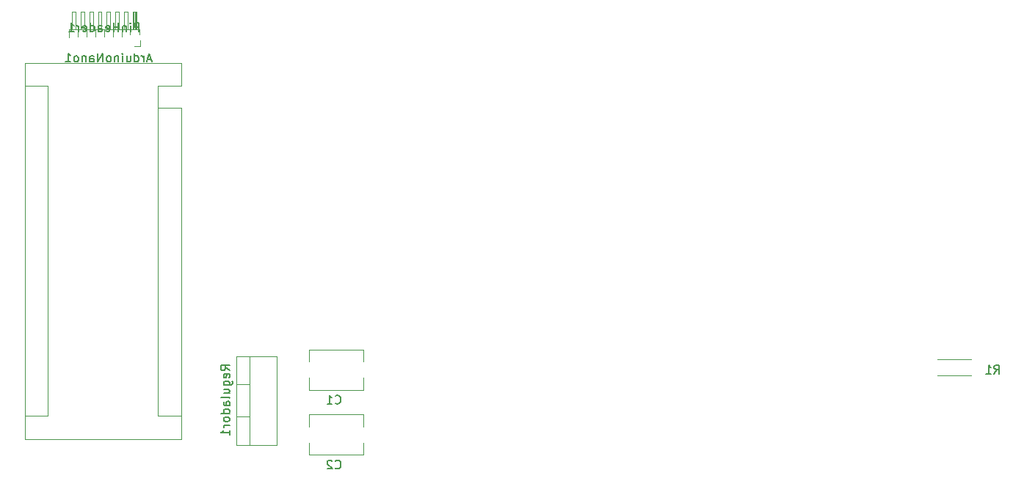
<source format=gbr>
G04 #@! TF.GenerationSoftware,KiCad,Pcbnew,5.1.1-8be2ce7~80~ubuntu16.04.1*
G04 #@! TF.CreationDate,2019-04-23T13:07:39+02:00*
G04 #@! TF.ProjectId,noname,6e6f6e61-6d65-42e6-9b69-6361645f7063,rev?*
G04 #@! TF.SameCoordinates,Original*
G04 #@! TF.FileFunction,Legend,Bot*
G04 #@! TF.FilePolarity,Positive*
%FSLAX46Y46*%
G04 Gerber Fmt 4.6, Leading zero omitted, Abs format (unit mm)*
G04 Created by KiCad (PCBNEW 5.1.1-8be2ce7~80~ubuntu16.04.1) date 2019-04-23 13:07:39*
%MOMM*%
%LPD*%
G04 APERTURE LIST*
%ADD10C,0.120000*%
%ADD11C,0.150000*%
G04 APERTURE END LIST*
D10*
X178230000Y-78270000D02*
X178230000Y-75730000D01*
X178230000Y-75730000D02*
X180900000Y-75730000D01*
X180900000Y-78270000D02*
X180900000Y-116500000D01*
X180900000Y-73060000D02*
X180900000Y-75730000D01*
X165530000Y-75730000D02*
X162860000Y-75730000D01*
X165530000Y-75730000D02*
X165530000Y-113830000D01*
X165530000Y-113830000D02*
X162860000Y-113830000D01*
X178230000Y-78270000D02*
X180900000Y-78270000D01*
X178230000Y-78270000D02*
X178230000Y-113830000D01*
X178230000Y-113830000D02*
X180900000Y-113830000D01*
X180900000Y-116500000D02*
X162860000Y-116500000D01*
X162860000Y-116500000D02*
X162860000Y-73060000D01*
X162860000Y-73060000D02*
X180900000Y-73060000D01*
X187230000Y-113891000D02*
X188740000Y-113891000D01*
X187230000Y-110190000D02*
X188740000Y-110190000D01*
X188740000Y-106920000D02*
X188740000Y-117160000D01*
X187230000Y-117160000D02*
X191871000Y-117160000D01*
X187230000Y-106920000D02*
X191871000Y-106920000D01*
X191871000Y-106920000D02*
X191871000Y-117160000D01*
X187230000Y-106920000D02*
X187230000Y-117160000D01*
X201870000Y-107575000D02*
X201870000Y-106179000D01*
X201870000Y-110821000D02*
X201870000Y-109425000D01*
X195630000Y-107575000D02*
X195630000Y-106179000D01*
X195630000Y-110821000D02*
X195630000Y-109425000D01*
X195630000Y-106179000D02*
X201870000Y-106179000D01*
X195630000Y-110821000D02*
X201870000Y-110821000D01*
X201870000Y-115075000D02*
X201870000Y-113679000D01*
X201870000Y-118321000D02*
X201870000Y-116925000D01*
X195630000Y-115075000D02*
X195630000Y-113679000D01*
X195630000Y-118321000D02*
X195630000Y-116925000D01*
X195630000Y-113679000D02*
X201870000Y-113679000D01*
X195630000Y-118321000D02*
X201870000Y-118321000D01*
X176060000Y-69815000D02*
X176060000Y-69190000D01*
X176060000Y-69190000D02*
X167940000Y-69190000D01*
X167940000Y-69190000D02*
X167940000Y-70105507D01*
X175710000Y-69190000D02*
X175710000Y-67190000D01*
X175710000Y-67190000D02*
X175290000Y-67190000D01*
X175290000Y-67190000D02*
X175290000Y-69190000D01*
X175650000Y-69190000D02*
X175650000Y-67190000D01*
X175530000Y-69190000D02*
X175530000Y-67190000D01*
X175410000Y-69190000D02*
X175410000Y-67190000D01*
X175000000Y-69815000D02*
X175000000Y-69190000D01*
X174710000Y-69190000D02*
X174710000Y-67190000D01*
X174710000Y-67190000D02*
X174290000Y-67190000D01*
X174290000Y-67190000D02*
X174290000Y-69190000D01*
X174000000Y-70031785D02*
X174000000Y-69190000D01*
X173710000Y-69190000D02*
X173710000Y-67190000D01*
X173710000Y-67190000D02*
X173290000Y-67190000D01*
X173290000Y-67190000D02*
X173290000Y-69190000D01*
X173000000Y-70031785D02*
X173000000Y-69190000D01*
X172710000Y-69190000D02*
X172710000Y-67190000D01*
X172710000Y-67190000D02*
X172290000Y-67190000D01*
X172290000Y-67190000D02*
X172290000Y-69190000D01*
X172000000Y-70031785D02*
X172000000Y-69190000D01*
X171710000Y-69190000D02*
X171710000Y-67190000D01*
X171710000Y-67190000D02*
X171290000Y-67190000D01*
X171290000Y-67190000D02*
X171290000Y-69190000D01*
X171000000Y-70031785D02*
X171000000Y-69190000D01*
X170710000Y-69190000D02*
X170710000Y-67190000D01*
X170710000Y-67190000D02*
X170290000Y-67190000D01*
X170290000Y-67190000D02*
X170290000Y-69190000D01*
X170000000Y-70031785D02*
X170000000Y-69190000D01*
X169710000Y-69190000D02*
X169710000Y-67190000D01*
X169710000Y-67190000D02*
X169290000Y-67190000D01*
X169290000Y-67190000D02*
X169290000Y-69190000D01*
X169000000Y-70031785D02*
X169000000Y-69190000D01*
X168710000Y-69190000D02*
X168710000Y-67190000D01*
X168710000Y-67190000D02*
X168290000Y-67190000D01*
X168290000Y-67190000D02*
X168290000Y-69190000D01*
X175500000Y-71185000D02*
X176185000Y-71185000D01*
X176185000Y-71185000D02*
X176185000Y-70500000D01*
X268120000Y-109170000D02*
X271960000Y-109170000D01*
X268120000Y-107330000D02*
X271960000Y-107330000D01*
D11*
X177452380Y-72666666D02*
X176976190Y-72666666D01*
X177547619Y-72952380D02*
X177214285Y-71952380D01*
X176880952Y-72952380D01*
X176547619Y-72952380D02*
X176547619Y-72285714D01*
X176547619Y-72476190D02*
X176500000Y-72380952D01*
X176452380Y-72333333D01*
X176357142Y-72285714D01*
X176261904Y-72285714D01*
X175500000Y-72952380D02*
X175500000Y-71952380D01*
X175500000Y-72904761D02*
X175595238Y-72952380D01*
X175785714Y-72952380D01*
X175880952Y-72904761D01*
X175928571Y-72857142D01*
X175976190Y-72761904D01*
X175976190Y-72476190D01*
X175928571Y-72380952D01*
X175880952Y-72333333D01*
X175785714Y-72285714D01*
X175595238Y-72285714D01*
X175500000Y-72333333D01*
X174595238Y-72285714D02*
X174595238Y-72952380D01*
X175023809Y-72285714D02*
X175023809Y-72809523D01*
X174976190Y-72904761D01*
X174880952Y-72952380D01*
X174738095Y-72952380D01*
X174642857Y-72904761D01*
X174595238Y-72857142D01*
X174119047Y-72952380D02*
X174119047Y-72285714D01*
X174119047Y-71952380D02*
X174166666Y-72000000D01*
X174119047Y-72047619D01*
X174071428Y-72000000D01*
X174119047Y-71952380D01*
X174119047Y-72047619D01*
X173642857Y-72285714D02*
X173642857Y-72952380D01*
X173642857Y-72380952D02*
X173595238Y-72333333D01*
X173500000Y-72285714D01*
X173357142Y-72285714D01*
X173261904Y-72333333D01*
X173214285Y-72428571D01*
X173214285Y-72952380D01*
X172595238Y-72952380D02*
X172690476Y-72904761D01*
X172738095Y-72857142D01*
X172785714Y-72761904D01*
X172785714Y-72476190D01*
X172738095Y-72380952D01*
X172690476Y-72333333D01*
X172595238Y-72285714D01*
X172452380Y-72285714D01*
X172357142Y-72333333D01*
X172309523Y-72380952D01*
X172261904Y-72476190D01*
X172261904Y-72761904D01*
X172309523Y-72857142D01*
X172357142Y-72904761D01*
X172452380Y-72952380D01*
X172595238Y-72952380D01*
X171833333Y-72952380D02*
X171833333Y-71952380D01*
X171261904Y-72952380D01*
X171261904Y-71952380D01*
X170357142Y-72952380D02*
X170357142Y-72428571D01*
X170404761Y-72333333D01*
X170500000Y-72285714D01*
X170690476Y-72285714D01*
X170785714Y-72333333D01*
X170357142Y-72904761D02*
X170452380Y-72952380D01*
X170690476Y-72952380D01*
X170785714Y-72904761D01*
X170833333Y-72809523D01*
X170833333Y-72714285D01*
X170785714Y-72619047D01*
X170690476Y-72571428D01*
X170452380Y-72571428D01*
X170357142Y-72523809D01*
X169880952Y-72285714D02*
X169880952Y-72952380D01*
X169880952Y-72380952D02*
X169833333Y-72333333D01*
X169738095Y-72285714D01*
X169595238Y-72285714D01*
X169500000Y-72333333D01*
X169452380Y-72428571D01*
X169452380Y-72952380D01*
X168833333Y-72952380D02*
X168928571Y-72904761D01*
X168976190Y-72857142D01*
X169023809Y-72761904D01*
X169023809Y-72476190D01*
X168976190Y-72380952D01*
X168928571Y-72333333D01*
X168833333Y-72285714D01*
X168690476Y-72285714D01*
X168595238Y-72333333D01*
X168547619Y-72380952D01*
X168500000Y-72476190D01*
X168500000Y-72761904D01*
X168547619Y-72857142D01*
X168595238Y-72904761D01*
X168690476Y-72952380D01*
X168833333Y-72952380D01*
X167547619Y-72952380D02*
X168119047Y-72952380D01*
X167833333Y-72952380D02*
X167833333Y-71952380D01*
X167928571Y-72095238D01*
X168023809Y-72190476D01*
X168119047Y-72238095D01*
X186452380Y-108571428D02*
X185976190Y-108238095D01*
X186452380Y-108000000D02*
X185452380Y-108000000D01*
X185452380Y-108380952D01*
X185500000Y-108476190D01*
X185547619Y-108523809D01*
X185642857Y-108571428D01*
X185785714Y-108571428D01*
X185880952Y-108523809D01*
X185928571Y-108476190D01*
X185976190Y-108380952D01*
X185976190Y-108000000D01*
X186404761Y-109380952D02*
X186452380Y-109285714D01*
X186452380Y-109095238D01*
X186404761Y-109000000D01*
X186309523Y-108952380D01*
X185928571Y-108952380D01*
X185833333Y-109000000D01*
X185785714Y-109095238D01*
X185785714Y-109285714D01*
X185833333Y-109380952D01*
X185928571Y-109428571D01*
X186023809Y-109428571D01*
X186119047Y-108952380D01*
X185785714Y-110285714D02*
X186595238Y-110285714D01*
X186690476Y-110238095D01*
X186738095Y-110190476D01*
X186785714Y-110095238D01*
X186785714Y-109952380D01*
X186738095Y-109857142D01*
X186404761Y-110285714D02*
X186452380Y-110190476D01*
X186452380Y-110000000D01*
X186404761Y-109904761D01*
X186357142Y-109857142D01*
X186261904Y-109809523D01*
X185976190Y-109809523D01*
X185880952Y-109857142D01*
X185833333Y-109904761D01*
X185785714Y-110000000D01*
X185785714Y-110190476D01*
X185833333Y-110285714D01*
X185785714Y-111190476D02*
X186452380Y-111190476D01*
X185785714Y-110761904D02*
X186309523Y-110761904D01*
X186404761Y-110809523D01*
X186452380Y-110904761D01*
X186452380Y-111047619D01*
X186404761Y-111142857D01*
X186357142Y-111190476D01*
X186452380Y-111809523D02*
X186404761Y-111714285D01*
X186309523Y-111666666D01*
X185452380Y-111666666D01*
X186452380Y-112619047D02*
X185928571Y-112619047D01*
X185833333Y-112571428D01*
X185785714Y-112476190D01*
X185785714Y-112285714D01*
X185833333Y-112190476D01*
X186404761Y-112619047D02*
X186452380Y-112523809D01*
X186452380Y-112285714D01*
X186404761Y-112190476D01*
X186309523Y-112142857D01*
X186214285Y-112142857D01*
X186119047Y-112190476D01*
X186071428Y-112285714D01*
X186071428Y-112523809D01*
X186023809Y-112619047D01*
X186452380Y-113523809D02*
X185452380Y-113523809D01*
X186404761Y-113523809D02*
X186452380Y-113428571D01*
X186452380Y-113238095D01*
X186404761Y-113142857D01*
X186357142Y-113095238D01*
X186261904Y-113047619D01*
X185976190Y-113047619D01*
X185880952Y-113095238D01*
X185833333Y-113142857D01*
X185785714Y-113238095D01*
X185785714Y-113428571D01*
X185833333Y-113523809D01*
X186452380Y-114142857D02*
X186404761Y-114047619D01*
X186357142Y-114000000D01*
X186261904Y-113952380D01*
X185976190Y-113952380D01*
X185880952Y-114000000D01*
X185833333Y-114047619D01*
X185785714Y-114142857D01*
X185785714Y-114285714D01*
X185833333Y-114380952D01*
X185880952Y-114428571D01*
X185976190Y-114476190D01*
X186261904Y-114476190D01*
X186357142Y-114428571D01*
X186404761Y-114380952D01*
X186452380Y-114285714D01*
X186452380Y-114142857D01*
X186452380Y-114904761D02*
X185785714Y-114904761D01*
X185976190Y-114904761D02*
X185880952Y-114952380D01*
X185833333Y-115000000D01*
X185785714Y-115095238D01*
X185785714Y-115190476D01*
X186452380Y-116047619D02*
X186452380Y-115476190D01*
X186452380Y-115761904D02*
X185452380Y-115761904D01*
X185595238Y-115666666D01*
X185690476Y-115571428D01*
X185738095Y-115476190D01*
X198666666Y-112357142D02*
X198714285Y-112404761D01*
X198857142Y-112452380D01*
X198952380Y-112452380D01*
X199095238Y-112404761D01*
X199190476Y-112309523D01*
X199238095Y-112214285D01*
X199285714Y-112023809D01*
X199285714Y-111880952D01*
X199238095Y-111690476D01*
X199190476Y-111595238D01*
X199095238Y-111500000D01*
X198952380Y-111452380D01*
X198857142Y-111452380D01*
X198714285Y-111500000D01*
X198666666Y-111547619D01*
X197714285Y-112452380D02*
X198285714Y-112452380D01*
X198000000Y-112452380D02*
X198000000Y-111452380D01*
X198095238Y-111595238D01*
X198190476Y-111690476D01*
X198285714Y-111738095D01*
X198666666Y-119857142D02*
X198714285Y-119904761D01*
X198857142Y-119952380D01*
X198952380Y-119952380D01*
X199095238Y-119904761D01*
X199190476Y-119809523D01*
X199238095Y-119714285D01*
X199285714Y-119523809D01*
X199285714Y-119380952D01*
X199238095Y-119190476D01*
X199190476Y-119095238D01*
X199095238Y-119000000D01*
X198952380Y-118952380D01*
X198857142Y-118952380D01*
X198714285Y-119000000D01*
X198666666Y-119047619D01*
X198285714Y-119047619D02*
X198238095Y-119000000D01*
X198142857Y-118952380D01*
X197904761Y-118952380D01*
X197809523Y-119000000D01*
X197761904Y-119047619D01*
X197714285Y-119142857D01*
X197714285Y-119238095D01*
X197761904Y-119380952D01*
X198333333Y-119952380D01*
X197714285Y-119952380D01*
X176023809Y-69452380D02*
X176023809Y-68452380D01*
X175642857Y-68452380D01*
X175547619Y-68500000D01*
X175500000Y-68547619D01*
X175452380Y-68642857D01*
X175452380Y-68785714D01*
X175500000Y-68880952D01*
X175547619Y-68928571D01*
X175642857Y-68976190D01*
X176023809Y-68976190D01*
X175023809Y-69452380D02*
X175023809Y-68785714D01*
X175023809Y-68452380D02*
X175071428Y-68500000D01*
X175023809Y-68547619D01*
X174976190Y-68500000D01*
X175023809Y-68452380D01*
X175023809Y-68547619D01*
X174547619Y-68785714D02*
X174547619Y-69452380D01*
X174547619Y-68880952D02*
X174500000Y-68833333D01*
X174404761Y-68785714D01*
X174261904Y-68785714D01*
X174166666Y-68833333D01*
X174119047Y-68928571D01*
X174119047Y-69452380D01*
X173642857Y-69452380D02*
X173642857Y-68452380D01*
X173642857Y-68928571D02*
X173071428Y-68928571D01*
X173071428Y-69452380D02*
X173071428Y-68452380D01*
X172214285Y-69404761D02*
X172309523Y-69452380D01*
X172500000Y-69452380D01*
X172595238Y-69404761D01*
X172642857Y-69309523D01*
X172642857Y-68928571D01*
X172595238Y-68833333D01*
X172500000Y-68785714D01*
X172309523Y-68785714D01*
X172214285Y-68833333D01*
X172166666Y-68928571D01*
X172166666Y-69023809D01*
X172642857Y-69119047D01*
X171309523Y-69452380D02*
X171309523Y-68928571D01*
X171357142Y-68833333D01*
X171452380Y-68785714D01*
X171642857Y-68785714D01*
X171738095Y-68833333D01*
X171309523Y-69404761D02*
X171404761Y-69452380D01*
X171642857Y-69452380D01*
X171738095Y-69404761D01*
X171785714Y-69309523D01*
X171785714Y-69214285D01*
X171738095Y-69119047D01*
X171642857Y-69071428D01*
X171404761Y-69071428D01*
X171309523Y-69023809D01*
X170404761Y-69452380D02*
X170404761Y-68452380D01*
X170404761Y-69404761D02*
X170500000Y-69452380D01*
X170690476Y-69452380D01*
X170785714Y-69404761D01*
X170833333Y-69357142D01*
X170880952Y-69261904D01*
X170880952Y-68976190D01*
X170833333Y-68880952D01*
X170785714Y-68833333D01*
X170690476Y-68785714D01*
X170500000Y-68785714D01*
X170404761Y-68833333D01*
X169547619Y-69404761D02*
X169642857Y-69452380D01*
X169833333Y-69452380D01*
X169928571Y-69404761D01*
X169976190Y-69309523D01*
X169976190Y-68928571D01*
X169928571Y-68833333D01*
X169833333Y-68785714D01*
X169642857Y-68785714D01*
X169547619Y-68833333D01*
X169500000Y-68928571D01*
X169500000Y-69023809D01*
X169976190Y-69119047D01*
X169071428Y-69452380D02*
X169071428Y-68785714D01*
X169071428Y-68976190D02*
X169023809Y-68880952D01*
X168976190Y-68833333D01*
X168880952Y-68785714D01*
X168785714Y-68785714D01*
X167928571Y-69452380D02*
X168500000Y-69452380D01*
X168214285Y-69452380D02*
X168214285Y-68452380D01*
X168309523Y-68595238D01*
X168404761Y-68690476D01*
X168500000Y-68738095D01*
X274666666Y-108952380D02*
X275000000Y-108476190D01*
X275238095Y-108952380D02*
X275238095Y-107952380D01*
X274857142Y-107952380D01*
X274761904Y-108000000D01*
X274714285Y-108047619D01*
X274666666Y-108142857D01*
X274666666Y-108285714D01*
X274714285Y-108380952D01*
X274761904Y-108428571D01*
X274857142Y-108476190D01*
X275238095Y-108476190D01*
X273714285Y-108952380D02*
X274285714Y-108952380D01*
X274000000Y-108952380D02*
X274000000Y-107952380D01*
X274095238Y-108095238D01*
X274190476Y-108190476D01*
X274285714Y-108238095D01*
M02*

</source>
